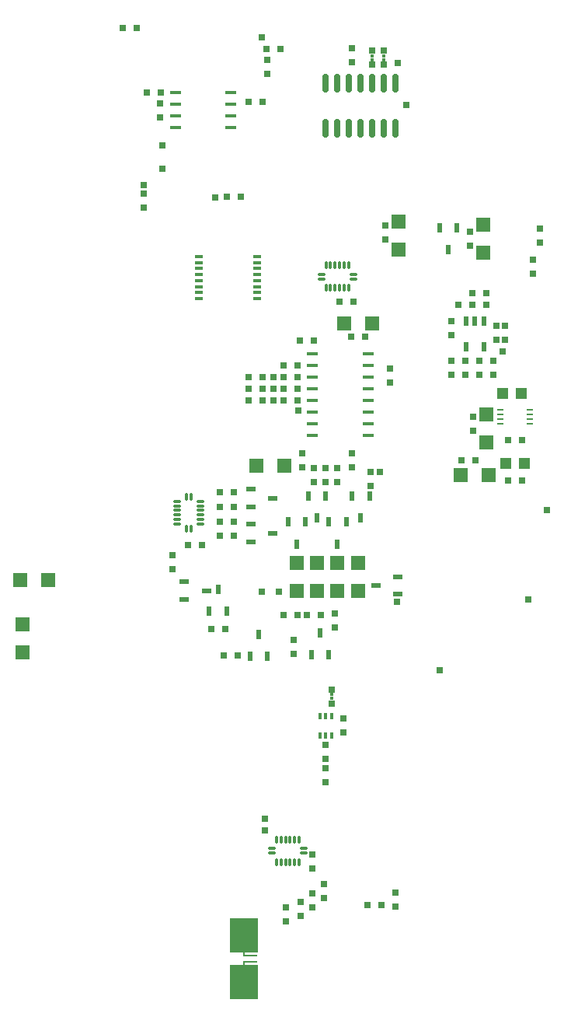
<source format=gbr>
%TF.GenerationSoftware,KiCad,Pcbnew,8.0.1-rc1*%
%TF.CreationDate,2024-12-19T23:23:58-08:00*%
%TF.ProjectId,MMTR_AFE_00_04_TORELEASE,4d4d5452-5f41-4464-955f-30305f30345f,rev?*%
%TF.SameCoordinates,Original*%
%TF.FileFunction,Paste,Top*%
%TF.FilePolarity,Positive*%
%FSLAX46Y46*%
G04 Gerber Fmt 4.6, Leading zero omitted, Abs format (unit mm)*
G04 Created by KiCad (PCBNEW 8.0.1-rc1) date 2024-12-19 23:23:58*
%MOMM*%
%LPD*%
G01*
G04 APERTURE LIST*
G04 Aperture macros list*
%AMRoundRect*
0 Rectangle with rounded corners*
0 $1 Rounding radius*
0 $2 $3 $4 $5 $6 $7 $8 $9 X,Y pos of 4 corners*
0 Add a 4 corners polygon primitive as box body*
4,1,4,$2,$3,$4,$5,$6,$7,$8,$9,$2,$3,0*
0 Add four circle primitives for the rounded corners*
1,1,$1+$1,$2,$3*
1,1,$1+$1,$4,$5*
1,1,$1+$1,$6,$7*
1,1,$1+$1,$8,$9*
0 Add four rect primitives between the rounded corners*
20,1,$1+$1,$2,$3,$4,$5,0*
20,1,$1+$1,$4,$5,$6,$7,0*
20,1,$1+$1,$6,$7,$8,$9,0*
20,1,$1+$1,$8,$9,$2,$3,0*%
G04 Aperture macros list end*
%ADD10R,0.762000X0.762000*%
%ADD11R,1.200000X0.450000*%
%ADD12R,0.400000X0.800000*%
%ADD13R,1.000000X0.500000*%
%ADD14R,0.500000X1.000000*%
%ADD15R,1.524000X1.524000*%
%ADD16R,1.270000X1.270000*%
%ADD17O,0.300000X1.000000*%
%ADD18O,1.000000X0.300000*%
%ADD19R,0.711200X0.254000*%
%ADD20R,0.900000X0.310000*%
%ADD21R,3.048000X3.810000*%
%ADD22R,0.254000X0.508000*%
%ADD23R,1.524000X0.254000*%
%ADD24R,0.400000X0.400000*%
%ADD25RoundRect,0.150000X0.150000X-0.825000X0.150000X0.825000X-0.150000X0.825000X-0.150000X-0.825000X0*%
G04 APERTURE END LIST*
D10*
%TO.C,R42*%
X159893000Y-87947500D03*
X161417000Y-87947500D03*
%TD*%
D11*
%TO.C,U19*%
X155115000Y-42862500D03*
X155115000Y-44132500D03*
X155115000Y-45402500D03*
X155115000Y-46672500D03*
X161115000Y-46672500D03*
X161115000Y-45402500D03*
X161115000Y-44132500D03*
X161115000Y-42862500D03*
%TD*%
D10*
%TO.C,R39*%
X159893000Y-89535000D03*
X161417000Y-89535000D03*
%TD*%
D12*
%TO.C,U17*%
X170800000Y-112810000D03*
X171450000Y-112810000D03*
X172100000Y-112810000D03*
X172100000Y-110710000D03*
X171450000Y-110710000D03*
X170800000Y-110710000D03*
%TD*%
D10*
%TO.C,J21*%
X168433750Y-77470000D03*
%TD*%
%TO.C,R47*%
X160464500Y-101282500D03*
X158940500Y-101282500D03*
%TD*%
%TO.C,R50*%
X154781250Y-94742000D03*
X154781250Y-93218000D03*
%TD*%
D13*
%TO.C,Q9*%
X163265000Y-86045000D03*
X163265000Y-87945000D03*
X165665000Y-86995000D03*
%TD*%
D10*
%TO.C,R95*%
X167132000Y-131521200D03*
X167132000Y-133045200D03*
%TD*%
D14*
%TO.C,U10*%
X188656000Y-67689500D03*
X187706000Y-67689500D03*
X186756000Y-67689500D03*
X186756000Y-70489500D03*
X188656000Y-70489500D03*
%TD*%
D15*
%TO.C,R17*%
X138176000Y-95885000D03*
X141224000Y-95885000D03*
%TD*%
D10*
%TO.C,J26*%
X165735000Y-76327000D03*
%TD*%
%TO.C,C61*%
X191325500Y-80645000D03*
X192849500Y-80645000D03*
%TD*%
%TO.C,C24*%
X186690000Y-73534500D03*
X186690000Y-72010500D03*
%TD*%
%TO.C,R44*%
X164973000Y-38100000D03*
X166497000Y-38100000D03*
%TD*%
D16*
%TO.C,C66*%
X192786000Y-75565000D03*
X190754000Y-75565000D03*
%TD*%
D10*
%TO.C,J29*%
X185928000Y-65914500D03*
%TD*%
D13*
%TO.C,Q7*%
X163265000Y-89855000D03*
X163265000Y-91755000D03*
X165665000Y-90805000D03*
%TD*%
D14*
%TO.C,Q12*%
X158752500Y-99307500D03*
X160652500Y-99307500D03*
X159702500Y-96907500D03*
%TD*%
D10*
%TO.C,J15*%
X166370000Y-97155000D03*
%TD*%
D17*
%TO.C,U12*%
X156777500Y-90332500D03*
D18*
X157777500Y-89832500D03*
X157777500Y-89332500D03*
X157777500Y-88832500D03*
X157777500Y-88332500D03*
X157777500Y-87832500D03*
X157777500Y-87332500D03*
D17*
X156777500Y-86832500D03*
X156277500Y-86832500D03*
D18*
X155277500Y-87332500D03*
X155277500Y-87832500D03*
X155277500Y-88332500D03*
X155277500Y-88832500D03*
X155277500Y-89332500D03*
X155277500Y-89832500D03*
D17*
X156277500Y-90332500D03*
%TD*%
D14*
%TO.C,Q21*%
X163197500Y-104228750D03*
X165097500Y-104228750D03*
X164147500Y-101828750D03*
%TD*%
D18*
%TO.C,U16*%
X169072500Y-125162500D03*
D17*
X168572500Y-124162500D03*
X168072500Y-124162500D03*
X167572500Y-124162500D03*
X167072500Y-124162500D03*
X166572500Y-124162500D03*
X166072500Y-124162500D03*
D18*
X165572500Y-125162500D03*
X165572500Y-125662500D03*
D17*
X166072500Y-126662500D03*
X166572500Y-126662500D03*
X167072500Y-126662500D03*
X167572500Y-126662500D03*
X168072500Y-126662500D03*
X168572500Y-126662500D03*
D18*
X169072500Y-125662500D03*
%TD*%
D15*
%TO.C,R13*%
X188912500Y-80899000D03*
X188912500Y-77851000D03*
%TD*%
D13*
%TO.C,Q1*%
X179317500Y-97470000D03*
X179317500Y-95570000D03*
X176917500Y-96520000D03*
%TD*%
D10*
%TO.C,C32*%
X174434500Y-65563750D03*
X172910500Y-65563750D03*
%TD*%
D14*
%TO.C,Q3*%
X171447500Y-86747500D03*
X169547500Y-86747500D03*
X170497500Y-89147500D03*
%TD*%
D10*
%TO.C,R21*%
X166878000Y-76327000D03*
X168402000Y-76327000D03*
%TD*%
%TO.C,J38*%
X164465000Y-36830000D03*
%TD*%
D15*
%TO.C,C12*%
X176466500Y-67945000D03*
X173418500Y-67945000D03*
%TD*%
D10*
%TO.C,C3*%
X194786250Y-57658000D03*
X194786250Y-59182000D03*
%TD*%
D15*
%TO.C,R16*%
X138430000Y-100711000D03*
X138430000Y-103759000D03*
%TD*%
%TO.C,C17*%
X188595000Y-57213500D03*
X188595000Y-60261500D03*
%TD*%
D10*
%TO.C,C37*%
X171450000Y-115379500D03*
X171450000Y-113855500D03*
%TD*%
%TO.C,C18*%
X187166250Y-57975500D03*
X187166250Y-59499500D03*
%TD*%
%TO.C,R51*%
X190976250Y-68200500D03*
X190976250Y-69724500D03*
%TD*%
D14*
%TO.C,Q2*%
X169225000Y-89605000D03*
X167325000Y-89605000D03*
X168275000Y-92005000D03*
%TD*%
%TO.C,Q8*%
X169865000Y-104070000D03*
X171765000Y-104070000D03*
X170815000Y-101670000D03*
%TD*%
D10*
%TO.C,R9*%
X179070000Y-129921000D03*
X179070000Y-131445000D03*
%TD*%
%TO.C,C6*%
X153479500Y-42862500D03*
X151955500Y-42862500D03*
%TD*%
%TO.C,C13*%
X175704500Y-69373750D03*
X174180500Y-69373750D03*
%TD*%
%TO.C,J12*%
X164465000Y-97155000D03*
%TD*%
%TO.C,C22*%
X190023750Y-69724500D03*
X190023750Y-68200500D03*
%TD*%
%TO.C,R41*%
X159893000Y-91122500D03*
X161417000Y-91122500D03*
%TD*%
D15*
%TO.C,C28*%
X166941500Y-83502500D03*
X163893500Y-83502500D03*
%TD*%
D16*
%TO.C,R14*%
X191071500Y-83185000D03*
X193103500Y-83185000D03*
%TD*%
D10*
%TO.C,J25*%
X165735000Y-73787000D03*
%TD*%
%TO.C,R48*%
X162210750Y-54133750D03*
X160686750Y-54133750D03*
%TD*%
D14*
%TO.C,U11*%
X185735000Y-57537500D03*
X183835000Y-57537500D03*
X184785000Y-59937500D03*
%TD*%
D10*
%TO.C,C23*%
X188976000Y-65914500D03*
X187452000Y-65914500D03*
%TD*%
D15*
%TO.C,R28*%
X172720000Y-94043500D03*
X172720000Y-97091500D03*
%TD*%
D13*
%TO.C,Q14*%
X156041875Y-96125625D03*
X156041875Y-98025625D03*
X158441875Y-97075625D03*
%TD*%
D10*
%TO.C,R11*%
X166878000Y-72517000D03*
X168402000Y-72517000D03*
%TD*%
%TO.C,J35*%
X153670000Y-51117500D03*
%TD*%
%TO.C,R32*%
X169418000Y-99695000D03*
X170942000Y-99695000D03*
%TD*%
%TO.C,J27*%
X165735000Y-75057000D03*
%TD*%
D15*
%TO.C,R26*%
X168275000Y-94043500D03*
X168275000Y-97091500D03*
%TD*%
D10*
%TO.C,J19*%
X193548000Y-98044000D03*
%TD*%
%TO.C,R35*%
X170180000Y-83693000D03*
X170180000Y-85217000D03*
%TD*%
D19*
%TO.C,U1*%
X190500000Y-77343000D03*
X190500000Y-77851000D03*
X190500000Y-78359000D03*
X190500000Y-78867000D03*
X193675000Y-78867000D03*
X193675000Y-78359000D03*
X193675000Y-77851000D03*
X193675000Y-77343000D03*
%TD*%
D11*
%TO.C,U2*%
X169989500Y-71247000D03*
X169989500Y-72517000D03*
X169989500Y-73787000D03*
X169989500Y-75057000D03*
X169989500Y-76327000D03*
X169989500Y-77597000D03*
X169989500Y-78867000D03*
X169989500Y-80137000D03*
X176085500Y-80137000D03*
X176085500Y-78867000D03*
X176085500Y-77597000D03*
X176085500Y-76327000D03*
X176085500Y-75057000D03*
X176085500Y-73787000D03*
X176085500Y-72517000D03*
X176085500Y-71247000D03*
%TD*%
D10*
%TO.C,J52*%
X173355000Y-112522000D03*
X173355000Y-110998000D03*
%TD*%
%TO.C,R52*%
X187452000Y-64644500D03*
X188976000Y-64644500D03*
%TD*%
%TO.C,J74*%
X164782500Y-123190000D03*
%TD*%
%TO.C,R43*%
X166878000Y-99695000D03*
X168402000Y-99695000D03*
%TD*%
%TO.C,J37*%
X159385000Y-54292500D03*
%TD*%
%TO.C,J79*%
X178435000Y-72898000D03*
X178435000Y-74422000D03*
%TD*%
%TO.C,R22*%
X166878000Y-73787000D03*
X168402000Y-73787000D03*
%TD*%
%TO.C,R57*%
X168910000Y-82105500D03*
X168910000Y-83629500D03*
%TD*%
%TO.C,C39*%
X163068000Y-43815000D03*
X164592000Y-43815000D03*
%TD*%
D15*
%TO.C,R27*%
X170497500Y-94043500D03*
X170497500Y-97091500D03*
%TD*%
D10*
%TO.C,J33*%
X153670000Y-48577500D03*
%TD*%
%TO.C,R94*%
X168706800Y-130962400D03*
X168706800Y-132486400D03*
%TD*%
%TO.C,C59*%
X187483750Y-79660750D03*
X187483750Y-78136750D03*
%TD*%
%TO.C,R62*%
X171450000Y-116395500D03*
X171450000Y-117919500D03*
%TD*%
%TO.C,C33*%
X156400500Y-92075000D03*
X157924500Y-92075000D03*
%TD*%
%TO.C,C34*%
X170021250Y-125761750D03*
X170021250Y-127285750D03*
%TD*%
%TO.C,R38*%
X176371250Y-84169250D03*
X176371250Y-85693250D03*
%TD*%
D20*
%TO.C,U27*%
X157613750Y-60706250D03*
X157613750Y-61356250D03*
X157613750Y-62006250D03*
X157613750Y-62656250D03*
X157613750Y-63306250D03*
X157613750Y-63956250D03*
X157613750Y-64606250D03*
X157613750Y-65256250D03*
X164013750Y-65256250D03*
X164013750Y-64606250D03*
X164013750Y-63956250D03*
X164013750Y-63306250D03*
X164013750Y-62656250D03*
X164013750Y-62006250D03*
X164013750Y-61356250D03*
X164013750Y-60706250D03*
%TD*%
D10*
%TO.C,J70*%
X179324000Y-39624000D03*
%TD*%
%TO.C,R40*%
X159893000Y-86360000D03*
X161417000Y-86360000D03*
%TD*%
D15*
%TO.C,R12*%
X189166500Y-84455000D03*
X186118500Y-84455000D03*
%TD*%
D10*
%TO.C,R37*%
X172720000Y-83693000D03*
X172720000Y-85217000D03*
%TD*%
%TO.C,C25*%
X189738000Y-73534500D03*
X188214000Y-73534500D03*
%TD*%
%TO.C,R24*%
X193992500Y-60991750D03*
X193992500Y-62515750D03*
%TD*%
D21*
%TO.C,R15*%
X162560000Y-139700000D03*
X162560000Y-134620000D03*
D22*
X162560000Y-137795000D03*
D23*
X163195000Y-137477500D03*
X163195000Y-136842500D03*
D22*
X162560000Y-136525000D03*
%TD*%
D10*
%TO.C,J45*%
X168624250Y-69850000D03*
X170148250Y-69850000D03*
%TD*%
%TO.C,R5*%
X149352000Y-35814000D03*
X150876000Y-35814000D03*
%TD*%
%TO.C,J20*%
X179228750Y-98266250D03*
%TD*%
%TO.C,C29*%
X174307500Y-83629500D03*
X174307500Y-82105500D03*
%TD*%
%TO.C,R33*%
X172402500Y-99568000D03*
X172402500Y-101092000D03*
%TD*%
%TO.C,J18*%
X195580000Y-88265000D03*
%TD*%
%TO.C,J13*%
X177323750Y-84137500D03*
%TD*%
%TO.C,J41*%
X151606250Y-52863750D03*
%TD*%
%TO.C,R18*%
X163068000Y-76327000D03*
X164592000Y-76327000D03*
%TD*%
%TO.C,R19*%
X163068000Y-73787000D03*
X164592000Y-73787000D03*
%TD*%
%TO.C,R56*%
X151606250Y-55372000D03*
X151606250Y-53848000D03*
%TD*%
%TO.C,R34*%
X167957500Y-102425500D03*
X167957500Y-103949500D03*
%TD*%
%TO.C,J73*%
X164782500Y-121920000D03*
%TD*%
%TO.C,J82*%
X172085000Y-109347000D03*
D24*
X172085000Y-108785000D03*
X172085000Y-108385000D03*
D10*
X172085000Y-107823000D03*
%TD*%
%TO.C,R63*%
X174307500Y-39497000D03*
X174307500Y-37973000D03*
%TD*%
%TO.C,J63*%
X177800000Y-39814500D03*
D24*
X177800000Y-39252500D03*
X177800000Y-38852500D03*
D10*
X177800000Y-38290500D03*
%TD*%
%TO.C,R80*%
X161893250Y-104140000D03*
X160369250Y-104140000D03*
%TD*%
%TO.C,R53*%
X185166000Y-67692500D03*
X185166000Y-69216500D03*
%TD*%
%TO.C,RT3*%
X187769500Y-82867500D03*
X186245500Y-82867500D03*
%TD*%
D14*
%TO.C,Q5*%
X176210000Y-86747500D03*
X174310000Y-86747500D03*
X175260000Y-89147500D03*
%TD*%
D10*
%TO.C,R93*%
X169976800Y-130048000D03*
X169976800Y-131572000D03*
%TD*%
%TO.C,R54*%
X185166000Y-72010500D03*
X185166000Y-73534500D03*
%TD*%
D18*
%TO.C,U13*%
X174470000Y-62615000D03*
D17*
X173970000Y-61615000D03*
X173470000Y-61615000D03*
X172970000Y-61615000D03*
X172470000Y-61615000D03*
X171970000Y-61615000D03*
X171470000Y-61615000D03*
D18*
X170970000Y-62615000D03*
X170970000Y-63115000D03*
D17*
X171470000Y-64115000D03*
X171970000Y-64115000D03*
X172470000Y-64115000D03*
X172970000Y-64115000D03*
X173470000Y-64115000D03*
X173970000Y-64115000D03*
D18*
X174470000Y-63115000D03*
%TD*%
D10*
%TO.C,R36*%
X171450000Y-83693000D03*
X171450000Y-85217000D03*
%TD*%
%TO.C,J62*%
X176530000Y-39814500D03*
D24*
X176530000Y-39252500D03*
X176530000Y-38852500D03*
D10*
X176530000Y-38290500D03*
%TD*%
%TO.C,J28*%
X190754000Y-70994500D03*
%TD*%
%TO.C,R8*%
X177546000Y-131318000D03*
X176022000Y-131318000D03*
%TD*%
D25*
%TO.C,U18*%
X171450000Y-46766250D03*
X172720000Y-46766250D03*
X173990000Y-46766250D03*
X175260000Y-46766250D03*
X176530000Y-46766250D03*
X177800000Y-46766250D03*
X179070000Y-46766250D03*
X179070000Y-41816250D03*
X177800000Y-41816250D03*
X176530000Y-41816250D03*
X175260000Y-41816250D03*
X173990000Y-41816250D03*
X172720000Y-41816250D03*
X171450000Y-41816250D03*
%TD*%
D10*
%TO.C,J71*%
X180213000Y-44196000D03*
%TD*%
%TO.C,J23*%
X183832500Y-105727500D03*
%TD*%
%TO.C,R23*%
X166878000Y-75057000D03*
X168402000Y-75057000D03*
%TD*%
%TO.C,R92*%
X171297600Y-129032000D03*
X171297600Y-130556000D03*
%TD*%
D15*
%TO.C,R29*%
X174942500Y-94043500D03*
X174942500Y-97091500D03*
%TD*%
D10*
%TO.C,C68*%
X165100000Y-39243000D03*
X165100000Y-40767000D03*
%TD*%
%TO.C,C10*%
X177958750Y-57340500D03*
X177958750Y-58864500D03*
%TD*%
%TO.C,C73*%
X191325500Y-85090000D03*
X192849500Y-85090000D03*
%TD*%
D15*
%TO.C,C19*%
X179387500Y-56896000D03*
X179387500Y-59944000D03*
%TD*%
D10*
%TO.C,C20*%
X189738000Y-72010500D03*
X188214000Y-72010500D03*
%TD*%
D14*
%TO.C,Q4*%
X173670000Y-89605000D03*
X171770000Y-89605000D03*
X172720000Y-92005000D03*
%TD*%
D10*
%TO.C,R20*%
X163068000Y-75057000D03*
X164592000Y-75057000D03*
%TD*%
%TO.C,C40*%
X153352500Y-44005500D03*
X153352500Y-45529500D03*
%TD*%
M02*

</source>
